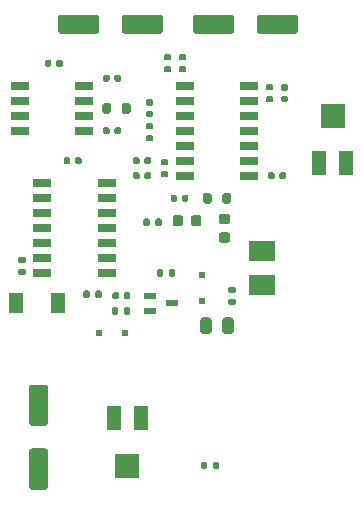
<source format=gbr>
%TF.GenerationSoftware,KiCad,Pcbnew,(5.1.8)-1*%
%TF.CreationDate,2021-02-07T14:07:47+00:00*%
%TF.ProjectId,Bat_Listner_JLCPCB,4261745f-4c69-4737-946e-65725f4a4c43,rev?*%
%TF.SameCoordinates,Original*%
%TF.FileFunction,Paste,Top*%
%TF.FilePolarity,Positive*%
%FSLAX46Y46*%
G04 Gerber Fmt 4.6, Leading zero omitted, Abs format (unit mm)*
G04 Created by KiCad (PCBNEW (5.1.8)-1) date 2021-02-07 14:07:47*
%MOMM*%
%LPD*%
G01*
G04 APERTURE LIST*
%ADD10R,1.525000X0.650000*%
%ADD11R,2.300000X1.800000*%
%ADD12R,1.300000X1.700000*%
%ADD13R,0.500000X0.500000*%
%ADD14R,1.000000X0.550000*%
%ADD15R,1.300000X2.000000*%
%ADD16R,2.000000X2.000000*%
G04 APERTURE END LIST*
D10*
%TO.C,AT1*%
X148127000Y-55245000D03*
X148127000Y-56515000D03*
X148127000Y-57785000D03*
X148127000Y-59055000D03*
X142703000Y-59055000D03*
X142703000Y-57785000D03*
X142703000Y-56515000D03*
X142703000Y-55245000D03*
%TD*%
%TO.C,C1*%
G36*
G01*
X145370000Y-53170000D02*
X145370000Y-53510000D01*
G75*
G02*
X145230000Y-53650000I-140000J0D01*
G01*
X144950000Y-53650000D01*
G75*
G02*
X144810000Y-53510000I0J140000D01*
G01*
X144810000Y-53170000D01*
G75*
G02*
X144950000Y-53030000I140000J0D01*
G01*
X145230000Y-53030000D01*
G75*
G02*
X145370000Y-53170000I0J-140000D01*
G01*
G37*
G36*
G01*
X146330000Y-53170000D02*
X146330000Y-53510000D01*
G75*
G02*
X146190000Y-53650000I-140000J0D01*
G01*
X145910000Y-53650000D01*
G75*
G02*
X145770000Y-53510000I0J140000D01*
G01*
X145770000Y-53170000D01*
G75*
G02*
X145910000Y-53030000I140000J0D01*
G01*
X146190000Y-53030000D01*
G75*
G02*
X146330000Y-53170000I0J-140000D01*
G01*
G37*
%TD*%
%TO.C,C2*%
G36*
G01*
X149735000Y-54780000D02*
X149735000Y-54440000D01*
G75*
G02*
X149875000Y-54300000I140000J0D01*
G01*
X150155000Y-54300000D01*
G75*
G02*
X150295000Y-54440000I0J-140000D01*
G01*
X150295000Y-54780000D01*
G75*
G02*
X150155000Y-54920000I-140000J0D01*
G01*
X149875000Y-54920000D01*
G75*
G02*
X149735000Y-54780000I0J140000D01*
G01*
G37*
G36*
G01*
X150695000Y-54780000D02*
X150695000Y-54440000D01*
G75*
G02*
X150835000Y-54300000I140000J0D01*
G01*
X151115000Y-54300000D01*
G75*
G02*
X151255000Y-54440000I0J-140000D01*
G01*
X151255000Y-54780000D01*
G75*
G02*
X151115000Y-54920000I-140000J0D01*
G01*
X150835000Y-54920000D01*
G75*
G02*
X150695000Y-54780000I0J140000D01*
G01*
G37*
%TD*%
%TO.C,C3*%
G36*
G01*
X153500000Y-57350000D02*
X153840000Y-57350000D01*
G75*
G02*
X153980000Y-57490000I0J-140000D01*
G01*
X153980000Y-57770000D01*
G75*
G02*
X153840000Y-57910000I-140000J0D01*
G01*
X153500000Y-57910000D01*
G75*
G02*
X153360000Y-57770000I0J140000D01*
G01*
X153360000Y-57490000D01*
G75*
G02*
X153500000Y-57350000I140000J0D01*
G01*
G37*
G36*
G01*
X153500000Y-56390000D02*
X153840000Y-56390000D01*
G75*
G02*
X153980000Y-56530000I0J-140000D01*
G01*
X153980000Y-56810000D01*
G75*
G02*
X153840000Y-56950000I-140000J0D01*
G01*
X153500000Y-56950000D01*
G75*
G02*
X153360000Y-56810000I0J140000D01*
G01*
X153360000Y-56530000D01*
G75*
G02*
X153500000Y-56390000I140000J0D01*
G01*
G37*
%TD*%
%TO.C,C5*%
G36*
G01*
X147925000Y-61425000D02*
X147925000Y-61765000D01*
G75*
G02*
X147785000Y-61905000I-140000J0D01*
G01*
X147505000Y-61905000D01*
G75*
G02*
X147365000Y-61765000I0J140000D01*
G01*
X147365000Y-61425000D01*
G75*
G02*
X147505000Y-61285000I140000J0D01*
G01*
X147785000Y-61285000D01*
G75*
G02*
X147925000Y-61425000I0J-140000D01*
G01*
G37*
G36*
G01*
X146965000Y-61425000D02*
X146965000Y-61765000D01*
G75*
G02*
X146825000Y-61905000I-140000J0D01*
G01*
X146545000Y-61905000D01*
G75*
G02*
X146405000Y-61765000I0J140000D01*
G01*
X146405000Y-61425000D01*
G75*
G02*
X146545000Y-61285000I140000J0D01*
G01*
X146825000Y-61285000D01*
G75*
G02*
X146965000Y-61425000I0J-140000D01*
G01*
G37*
%TD*%
%TO.C,C6*%
G36*
G01*
X149735000Y-59225000D02*
X149735000Y-58885000D01*
G75*
G02*
X149875000Y-58745000I140000J0D01*
G01*
X150155000Y-58745000D01*
G75*
G02*
X150295000Y-58885000I0J-140000D01*
G01*
X150295000Y-59225000D01*
G75*
G02*
X150155000Y-59365000I-140000J0D01*
G01*
X149875000Y-59365000D01*
G75*
G02*
X149735000Y-59225000I0J140000D01*
G01*
G37*
G36*
G01*
X150695000Y-59225000D02*
X150695000Y-58885000D01*
G75*
G02*
X150835000Y-58745000I140000J0D01*
G01*
X151115000Y-58745000D01*
G75*
G02*
X151255000Y-58885000I0J-140000D01*
G01*
X151255000Y-59225000D01*
G75*
G02*
X151115000Y-59365000I-140000J0D01*
G01*
X150835000Y-59365000D01*
G75*
G02*
X150695000Y-59225000I0J140000D01*
G01*
G37*
%TD*%
%TO.C,C7*%
G36*
G01*
X151485000Y-73195000D02*
X151485000Y-72855000D01*
G75*
G02*
X151625000Y-72715000I140000J0D01*
G01*
X151905000Y-72715000D01*
G75*
G02*
X152045000Y-72855000I0J-140000D01*
G01*
X152045000Y-73195000D01*
G75*
G02*
X151905000Y-73335000I-140000J0D01*
G01*
X151625000Y-73335000D01*
G75*
G02*
X151485000Y-73195000I0J140000D01*
G01*
G37*
G36*
G01*
X150525000Y-73195000D02*
X150525000Y-72855000D01*
G75*
G02*
X150665000Y-72715000I140000J0D01*
G01*
X150945000Y-72715000D01*
G75*
G02*
X151085000Y-72855000I0J-140000D01*
G01*
X151085000Y-73195000D01*
G75*
G02*
X150945000Y-73335000I-140000J0D01*
G01*
X150665000Y-73335000D01*
G75*
G02*
X150525000Y-73195000I0J140000D01*
G01*
G37*
%TD*%
%TO.C,C8*%
G36*
G01*
X152835000Y-61425000D02*
X152835000Y-61765000D01*
G75*
G02*
X152695000Y-61905000I-140000J0D01*
G01*
X152415000Y-61905000D01*
G75*
G02*
X152275000Y-61765000I0J140000D01*
G01*
X152275000Y-61425000D01*
G75*
G02*
X152415000Y-61285000I140000J0D01*
G01*
X152695000Y-61285000D01*
G75*
G02*
X152835000Y-61425000I0J-140000D01*
G01*
G37*
G36*
G01*
X153795000Y-61425000D02*
X153795000Y-61765000D01*
G75*
G02*
X153655000Y-61905000I-140000J0D01*
G01*
X153375000Y-61905000D01*
G75*
G02*
X153235000Y-61765000I0J140000D01*
G01*
X153235000Y-61425000D01*
G75*
G02*
X153375000Y-61285000I140000J0D01*
G01*
X153655000Y-61285000D01*
G75*
G02*
X153795000Y-61425000I0J-140000D01*
G01*
G37*
%TD*%
%TO.C,C9*%
G36*
G01*
X152275000Y-63035000D02*
X152275000Y-62695000D01*
G75*
G02*
X152415000Y-62555000I140000J0D01*
G01*
X152695000Y-62555000D01*
G75*
G02*
X152835000Y-62695000I0J-140000D01*
G01*
X152835000Y-63035000D01*
G75*
G02*
X152695000Y-63175000I-140000J0D01*
G01*
X152415000Y-63175000D01*
G75*
G02*
X152275000Y-63035000I0J140000D01*
G01*
G37*
G36*
G01*
X153235000Y-63035000D02*
X153235000Y-62695000D01*
G75*
G02*
X153375000Y-62555000I140000J0D01*
G01*
X153655000Y-62555000D01*
G75*
G02*
X153795000Y-62695000I0J-140000D01*
G01*
X153795000Y-63035000D01*
G75*
G02*
X153655000Y-63175000I-140000J0D01*
G01*
X153375000Y-63175000D01*
G75*
G02*
X153235000Y-63035000I0J140000D01*
G01*
G37*
%TD*%
%TO.C,C10*%
G36*
G01*
X156010000Y-64600000D02*
X156010000Y-64940000D01*
G75*
G02*
X155870000Y-65080000I-140000J0D01*
G01*
X155590000Y-65080000D01*
G75*
G02*
X155450000Y-64940000I0J140000D01*
G01*
X155450000Y-64600000D01*
G75*
G02*
X155590000Y-64460000I140000J0D01*
G01*
X155870000Y-64460000D01*
G75*
G02*
X156010000Y-64600000I0J-140000D01*
G01*
G37*
G36*
G01*
X156970000Y-64600000D02*
X156970000Y-64940000D01*
G75*
G02*
X156830000Y-65080000I-140000J0D01*
G01*
X156550000Y-65080000D01*
G75*
G02*
X156410000Y-64940000I0J140000D01*
G01*
X156410000Y-64600000D01*
G75*
G02*
X156550000Y-64460000I140000J0D01*
G01*
X156830000Y-64460000D01*
G75*
G02*
X156970000Y-64600000I0J-140000D01*
G01*
G37*
%TD*%
%TO.C,C11*%
G36*
G01*
X155620000Y-66925000D02*
X155620000Y-66425000D01*
G75*
G02*
X155845000Y-66200000I225000J0D01*
G01*
X156295000Y-66200000D01*
G75*
G02*
X156520000Y-66425000I0J-225000D01*
G01*
X156520000Y-66925000D01*
G75*
G02*
X156295000Y-67150000I-225000J0D01*
G01*
X155845000Y-67150000D01*
G75*
G02*
X155620000Y-66925000I0J225000D01*
G01*
G37*
G36*
G01*
X157170000Y-66925000D02*
X157170000Y-66425000D01*
G75*
G02*
X157395000Y-66200000I225000J0D01*
G01*
X157845000Y-66200000D01*
G75*
G02*
X158070000Y-66425000I0J-225000D01*
G01*
X158070000Y-66925000D01*
G75*
G02*
X157845000Y-67150000I-225000J0D01*
G01*
X157395000Y-67150000D01*
G75*
G02*
X157170000Y-66925000I0J225000D01*
G01*
G37*
%TD*%
%TO.C,C12*%
G36*
G01*
X160270000Y-66985000D02*
X159770000Y-66985000D01*
G75*
G02*
X159545000Y-66760000I0J225000D01*
G01*
X159545000Y-66310000D01*
G75*
G02*
X159770000Y-66085000I225000J0D01*
G01*
X160270000Y-66085000D01*
G75*
G02*
X160495000Y-66310000I0J-225000D01*
G01*
X160495000Y-66760000D01*
G75*
G02*
X160270000Y-66985000I-225000J0D01*
G01*
G37*
G36*
G01*
X160270000Y-68535000D02*
X159770000Y-68535000D01*
G75*
G02*
X159545000Y-68310000I0J225000D01*
G01*
X159545000Y-67860000D01*
G75*
G02*
X159770000Y-67635000I225000J0D01*
G01*
X160270000Y-67635000D01*
G75*
G02*
X160495000Y-67860000I0J-225000D01*
G01*
X160495000Y-68310000D01*
G75*
G02*
X160270000Y-68535000I-225000J0D01*
G01*
G37*
%TD*%
%TO.C,C13*%
G36*
G01*
X164665000Y-63035000D02*
X164665000Y-62695000D01*
G75*
G02*
X164805000Y-62555000I140000J0D01*
G01*
X165085000Y-62555000D01*
G75*
G02*
X165225000Y-62695000I0J-140000D01*
G01*
X165225000Y-63035000D01*
G75*
G02*
X165085000Y-63175000I-140000J0D01*
G01*
X164805000Y-63175000D01*
G75*
G02*
X164665000Y-63035000I0J140000D01*
G01*
G37*
G36*
G01*
X163705000Y-63035000D02*
X163705000Y-62695000D01*
G75*
G02*
X163845000Y-62555000I140000J0D01*
G01*
X164125000Y-62555000D01*
G75*
G02*
X164265000Y-62695000I0J-140000D01*
G01*
X164265000Y-63035000D01*
G75*
G02*
X164125000Y-63175000I-140000J0D01*
G01*
X163845000Y-63175000D01*
G75*
G02*
X163705000Y-63035000I0J140000D01*
G01*
G37*
%TD*%
D11*
%TO.C,C14*%
X163195000Y-72115000D03*
X163195000Y-69215000D03*
%TD*%
%TO.C,C15*%
G36*
G01*
X165270000Y-56640000D02*
X164930000Y-56640000D01*
G75*
G02*
X164790000Y-56500000I0J140000D01*
G01*
X164790000Y-56220000D01*
G75*
G02*
X164930000Y-56080000I140000J0D01*
G01*
X165270000Y-56080000D01*
G75*
G02*
X165410000Y-56220000I0J-140000D01*
G01*
X165410000Y-56500000D01*
G75*
G02*
X165270000Y-56640000I-140000J0D01*
G01*
G37*
G36*
G01*
X165270000Y-55680000D02*
X164930000Y-55680000D01*
G75*
G02*
X164790000Y-55540000I0J140000D01*
G01*
X164790000Y-55260000D01*
G75*
G02*
X164930000Y-55120000I140000J0D01*
G01*
X165270000Y-55120000D01*
G75*
G02*
X165410000Y-55260000I0J-140000D01*
G01*
X165410000Y-55540000D01*
G75*
G02*
X165270000Y-55680000I-140000J0D01*
G01*
G37*
%TD*%
D12*
%TO.C,D1*%
X142395000Y-73660000D03*
X145895000Y-73660000D03*
%TD*%
D13*
%TO.C,D2*%
X151595000Y-76200000D03*
X149395000Y-76200000D03*
%TD*%
%TO.C,D3*%
X158115000Y-73490000D03*
X158115000Y-71290000D03*
%TD*%
%TO.C,D4*%
G36*
G01*
X157960000Y-76021250D02*
X157960000Y-75108750D01*
G75*
G02*
X158203750Y-74865000I243750J0D01*
G01*
X158691250Y-74865000D01*
G75*
G02*
X158935000Y-75108750I0J-243750D01*
G01*
X158935000Y-76021250D01*
G75*
G02*
X158691250Y-76265000I-243750J0D01*
G01*
X158203750Y-76265000D01*
G75*
G02*
X157960000Y-76021250I0J243750D01*
G01*
G37*
G36*
G01*
X159835000Y-76021250D02*
X159835000Y-75108750D01*
G75*
G02*
X160078750Y-74865000I243750J0D01*
G01*
X160566250Y-74865000D01*
G75*
G02*
X160810000Y-75108750I0J-243750D01*
G01*
X160810000Y-76021250D01*
G75*
G02*
X160566250Y-76265000I-243750J0D01*
G01*
X160078750Y-76265000D01*
G75*
G02*
X159835000Y-76021250I0J243750D01*
G01*
G37*
%TD*%
D10*
%TO.C,IC1*%
X144608000Y-63500000D03*
X144608000Y-64770000D03*
X144608000Y-66040000D03*
X144608000Y-67310000D03*
X144608000Y-68580000D03*
X144608000Y-69850000D03*
X144608000Y-71120000D03*
X150032000Y-71120000D03*
X150032000Y-69850000D03*
X150032000Y-68580000D03*
X150032000Y-67310000D03*
X150032000Y-66040000D03*
X150032000Y-64770000D03*
X150032000Y-63500000D03*
%TD*%
%TO.C,IC2*%
X162097000Y-55245000D03*
X162097000Y-56515000D03*
X162097000Y-57785000D03*
X162097000Y-59055000D03*
X162097000Y-60325000D03*
X162097000Y-61595000D03*
X162097000Y-62865000D03*
X156673000Y-62865000D03*
X156673000Y-61595000D03*
X156673000Y-60325000D03*
X156673000Y-59055000D03*
X156673000Y-57785000D03*
X156673000Y-56515000D03*
X156673000Y-55245000D03*
%TD*%
D14*
%TO.C,Q1*%
X153675000Y-73010000D03*
X153675000Y-74310000D03*
X155575000Y-73660000D03*
%TD*%
%TO.C,R1*%
G36*
G01*
X142690000Y-69705000D02*
X143060000Y-69705000D01*
G75*
G02*
X143195000Y-69840000I0J-135000D01*
G01*
X143195000Y-70110000D01*
G75*
G02*
X143060000Y-70245000I-135000J0D01*
G01*
X142690000Y-70245000D01*
G75*
G02*
X142555000Y-70110000I0J135000D01*
G01*
X142555000Y-69840000D01*
G75*
G02*
X142690000Y-69705000I135000J0D01*
G01*
G37*
G36*
G01*
X142690000Y-70725000D02*
X143060000Y-70725000D01*
G75*
G02*
X143195000Y-70860000I0J-135000D01*
G01*
X143195000Y-71130000D01*
G75*
G02*
X143060000Y-71265000I-135000J0D01*
G01*
X142690000Y-71265000D01*
G75*
G02*
X142555000Y-71130000I0J135000D01*
G01*
X142555000Y-70860000D01*
G75*
G02*
X142690000Y-70725000I135000J0D01*
G01*
G37*
%TD*%
%TO.C,R2*%
G36*
G01*
X149651000Y-57425000D02*
X149651000Y-56875000D01*
G75*
G02*
X149851000Y-56675000I200000J0D01*
G01*
X150251000Y-56675000D01*
G75*
G02*
X150451000Y-56875000I0J-200000D01*
G01*
X150451000Y-57425000D01*
G75*
G02*
X150251000Y-57625000I-200000J0D01*
G01*
X149851000Y-57625000D01*
G75*
G02*
X149651000Y-57425000I0J200000D01*
G01*
G37*
G36*
G01*
X151301000Y-57425000D02*
X151301000Y-56875000D01*
G75*
G02*
X151501000Y-56675000I200000J0D01*
G01*
X151901000Y-56675000D01*
G75*
G02*
X152101000Y-56875000I0J-200000D01*
G01*
X152101000Y-57425000D01*
G75*
G02*
X151901000Y-57625000I-200000J0D01*
G01*
X151501000Y-57625000D01*
G75*
G02*
X151301000Y-57425000I0J200000D01*
G01*
G37*
%TD*%
%TO.C,R3*%
G36*
G01*
X149084000Y-73083000D02*
X149084000Y-72713000D01*
G75*
G02*
X149219000Y-72578000I135000J0D01*
G01*
X149489000Y-72578000D01*
G75*
G02*
X149624000Y-72713000I0J-135000D01*
G01*
X149624000Y-73083000D01*
G75*
G02*
X149489000Y-73218000I-135000J0D01*
G01*
X149219000Y-73218000D01*
G75*
G02*
X149084000Y-73083000I0J135000D01*
G01*
G37*
G36*
G01*
X148064000Y-73083000D02*
X148064000Y-72713000D01*
G75*
G02*
X148199000Y-72578000I135000J0D01*
G01*
X148469000Y-72578000D01*
G75*
G02*
X148604000Y-72713000I0J-135000D01*
G01*
X148604000Y-73083000D01*
G75*
G02*
X148469000Y-73218000I-135000J0D01*
G01*
X148199000Y-73218000D01*
G75*
G02*
X148064000Y-73083000I0J135000D01*
G01*
G37*
%TD*%
%TO.C,R4*%
G36*
G01*
X153855000Y-58940000D02*
X153485000Y-58940000D01*
G75*
G02*
X153350000Y-58805000I0J135000D01*
G01*
X153350000Y-58535000D01*
G75*
G02*
X153485000Y-58400000I135000J0D01*
G01*
X153855000Y-58400000D01*
G75*
G02*
X153990000Y-58535000I0J-135000D01*
G01*
X153990000Y-58805000D01*
G75*
G02*
X153855000Y-58940000I-135000J0D01*
G01*
G37*
G36*
G01*
X153855000Y-59960000D02*
X153485000Y-59960000D01*
G75*
G02*
X153350000Y-59825000I0J135000D01*
G01*
X153350000Y-59555000D01*
G75*
G02*
X153485000Y-59420000I135000J0D01*
G01*
X153855000Y-59420000D01*
G75*
G02*
X153990000Y-59555000I0J-135000D01*
G01*
X153990000Y-59825000D01*
G75*
G02*
X153855000Y-59960000I-135000J0D01*
G01*
G37*
%TD*%
%TO.C,R5*%
G36*
G01*
X151015000Y-74110000D02*
X151015000Y-74480000D01*
G75*
G02*
X150880000Y-74615000I-135000J0D01*
G01*
X150610000Y-74615000D01*
G75*
G02*
X150475000Y-74480000I0J135000D01*
G01*
X150475000Y-74110000D01*
G75*
G02*
X150610000Y-73975000I135000J0D01*
G01*
X150880000Y-73975000D01*
G75*
G02*
X151015000Y-74110000I0J-135000D01*
G01*
G37*
G36*
G01*
X152035000Y-74110000D02*
X152035000Y-74480000D01*
G75*
G02*
X151900000Y-74615000I-135000J0D01*
G01*
X151630000Y-74615000D01*
G75*
G02*
X151495000Y-74480000I0J135000D01*
G01*
X151495000Y-74110000D01*
G75*
G02*
X151630000Y-73975000I135000J0D01*
G01*
X151900000Y-73975000D01*
G75*
G02*
X152035000Y-74110000I0J-135000D01*
G01*
G37*
%TD*%
%TO.C,R6*%
G36*
G01*
X155125000Y-63010000D02*
X154755000Y-63010000D01*
G75*
G02*
X154620000Y-62875000I0J135000D01*
G01*
X154620000Y-62605000D01*
G75*
G02*
X154755000Y-62470000I135000J0D01*
G01*
X155125000Y-62470000D01*
G75*
G02*
X155260000Y-62605000I0J-135000D01*
G01*
X155260000Y-62875000D01*
G75*
G02*
X155125000Y-63010000I-135000J0D01*
G01*
G37*
G36*
G01*
X155125000Y-61990000D02*
X154755000Y-61990000D01*
G75*
G02*
X154620000Y-61855000I0J135000D01*
G01*
X154620000Y-61585000D01*
G75*
G02*
X154755000Y-61450000I135000J0D01*
G01*
X155125000Y-61450000D01*
G75*
G02*
X155260000Y-61585000I0J-135000D01*
G01*
X155260000Y-61855000D01*
G75*
G02*
X155125000Y-61990000I-135000J0D01*
G01*
G37*
%TD*%
%TO.C,R7*%
G36*
G01*
X154702000Y-66617000D02*
X154702000Y-66987000D01*
G75*
G02*
X154567000Y-67122000I-135000J0D01*
G01*
X154297000Y-67122000D01*
G75*
G02*
X154162000Y-66987000I0J135000D01*
G01*
X154162000Y-66617000D01*
G75*
G02*
X154297000Y-66482000I135000J0D01*
G01*
X154567000Y-66482000D01*
G75*
G02*
X154702000Y-66617000I0J-135000D01*
G01*
G37*
G36*
G01*
X153682000Y-66617000D02*
X153682000Y-66987000D01*
G75*
G02*
X153547000Y-67122000I-135000J0D01*
G01*
X153277000Y-67122000D01*
G75*
G02*
X153142000Y-66987000I0J135000D01*
G01*
X153142000Y-66617000D01*
G75*
G02*
X153277000Y-66482000I135000J0D01*
G01*
X153547000Y-66482000D01*
G75*
G02*
X153682000Y-66617000I0J-135000D01*
G01*
G37*
%TD*%
%TO.C,R8*%
G36*
G01*
X159810000Y-65045000D02*
X159810000Y-64495000D01*
G75*
G02*
X160010000Y-64295000I200000J0D01*
G01*
X160410000Y-64295000D01*
G75*
G02*
X160610000Y-64495000I0J-200000D01*
G01*
X160610000Y-65045000D01*
G75*
G02*
X160410000Y-65245000I-200000J0D01*
G01*
X160010000Y-65245000D01*
G75*
G02*
X159810000Y-65045000I0J200000D01*
G01*
G37*
G36*
G01*
X158160000Y-65045000D02*
X158160000Y-64495000D01*
G75*
G02*
X158360000Y-64295000I200000J0D01*
G01*
X158760000Y-64295000D01*
G75*
G02*
X158960000Y-64495000I0J-200000D01*
G01*
X158960000Y-65045000D01*
G75*
G02*
X158760000Y-65245000I-200000J0D01*
G01*
X158360000Y-65245000D01*
G75*
G02*
X158160000Y-65045000I0J200000D01*
G01*
G37*
%TD*%
%TO.C,R9*%
G36*
G01*
X154285000Y-71305000D02*
X154285000Y-70935000D01*
G75*
G02*
X154420000Y-70800000I135000J0D01*
G01*
X154690000Y-70800000D01*
G75*
G02*
X154825000Y-70935000I0J-135000D01*
G01*
X154825000Y-71305000D01*
G75*
G02*
X154690000Y-71440000I-135000J0D01*
G01*
X154420000Y-71440000D01*
G75*
G02*
X154285000Y-71305000I0J135000D01*
G01*
G37*
G36*
G01*
X155305000Y-71305000D02*
X155305000Y-70935000D01*
G75*
G02*
X155440000Y-70800000I135000J0D01*
G01*
X155710000Y-70800000D01*
G75*
G02*
X155845000Y-70935000I0J-135000D01*
G01*
X155845000Y-71305000D01*
G75*
G02*
X155710000Y-71440000I-135000J0D01*
G01*
X155440000Y-71440000D01*
G75*
G02*
X155305000Y-71305000I0J135000D01*
G01*
G37*
%TD*%
%TO.C,R10*%
G36*
G01*
X160470000Y-72245000D02*
X160840000Y-72245000D01*
G75*
G02*
X160975000Y-72380000I0J-135000D01*
G01*
X160975000Y-72650000D01*
G75*
G02*
X160840000Y-72785000I-135000J0D01*
G01*
X160470000Y-72785000D01*
G75*
G02*
X160335000Y-72650000I0J135000D01*
G01*
X160335000Y-72380000D01*
G75*
G02*
X160470000Y-72245000I135000J0D01*
G01*
G37*
G36*
G01*
X160470000Y-73265000D02*
X160840000Y-73265000D01*
G75*
G02*
X160975000Y-73400000I0J-135000D01*
G01*
X160975000Y-73670000D01*
G75*
G02*
X160840000Y-73805000I-135000J0D01*
G01*
X160470000Y-73805000D01*
G75*
G02*
X160335000Y-73670000I0J135000D01*
G01*
X160335000Y-73400000D01*
G75*
G02*
X160470000Y-73265000I135000J0D01*
G01*
G37*
%TD*%
%TO.C,R11*%
G36*
G01*
X159040000Y-87585000D02*
X159040000Y-87215000D01*
G75*
G02*
X159175000Y-87080000I135000J0D01*
G01*
X159445000Y-87080000D01*
G75*
G02*
X159580000Y-87215000I0J-135000D01*
G01*
X159580000Y-87585000D01*
G75*
G02*
X159445000Y-87720000I-135000J0D01*
G01*
X159175000Y-87720000D01*
G75*
G02*
X159040000Y-87585000I0J135000D01*
G01*
G37*
G36*
G01*
X158020000Y-87585000D02*
X158020000Y-87215000D01*
G75*
G02*
X158155000Y-87080000I135000J0D01*
G01*
X158425000Y-87080000D01*
G75*
G02*
X158560000Y-87215000I0J-135000D01*
G01*
X158560000Y-87585000D01*
G75*
G02*
X158425000Y-87720000I-135000J0D01*
G01*
X158155000Y-87720000D01*
G75*
G02*
X158020000Y-87585000I0J135000D01*
G01*
G37*
%TD*%
%TO.C,R12*%
G36*
G01*
X163645000Y-56120000D02*
X164015000Y-56120000D01*
G75*
G02*
X164150000Y-56255000I0J-135000D01*
G01*
X164150000Y-56525000D01*
G75*
G02*
X164015000Y-56660000I-135000J0D01*
G01*
X163645000Y-56660000D01*
G75*
G02*
X163510000Y-56525000I0J135000D01*
G01*
X163510000Y-56255000D01*
G75*
G02*
X163645000Y-56120000I135000J0D01*
G01*
G37*
G36*
G01*
X163645000Y-55100000D02*
X164015000Y-55100000D01*
G75*
G02*
X164150000Y-55235000I0J-135000D01*
G01*
X164150000Y-55505000D01*
G75*
G02*
X164015000Y-55640000I-135000J0D01*
G01*
X163645000Y-55640000D01*
G75*
G02*
X163510000Y-55505000I0J135000D01*
G01*
X163510000Y-55235000D01*
G75*
G02*
X163645000Y-55100000I135000J0D01*
G01*
G37*
%TD*%
%TO.C,C4*%
G36*
G01*
X145918000Y-50588000D02*
X145918000Y-49488000D01*
G75*
G02*
X146168000Y-49238000I250000J0D01*
G01*
X149168000Y-49238000D01*
G75*
G02*
X149418000Y-49488000I0J-250000D01*
G01*
X149418000Y-50588000D01*
G75*
G02*
X149168000Y-50838000I-250000J0D01*
G01*
X146168000Y-50838000D01*
G75*
G02*
X145918000Y-50588000I0J250000D01*
G01*
G37*
G36*
G01*
X151318000Y-50588000D02*
X151318000Y-49488000D01*
G75*
G02*
X151568000Y-49238000I250000J0D01*
G01*
X154568000Y-49238000D01*
G75*
G02*
X154818000Y-49488000I0J-250000D01*
G01*
X154818000Y-50588000D01*
G75*
G02*
X154568000Y-50838000I-250000J0D01*
G01*
X151568000Y-50838000D01*
G75*
G02*
X151318000Y-50588000I0J250000D01*
G01*
G37*
%TD*%
%TO.C,C17*%
G36*
G01*
X162748000Y-50588000D02*
X162748000Y-49488000D01*
G75*
G02*
X162998000Y-49238000I250000J0D01*
G01*
X165998000Y-49238000D01*
G75*
G02*
X166248000Y-49488000I0J-250000D01*
G01*
X166248000Y-50588000D01*
G75*
G02*
X165998000Y-50838000I-250000J0D01*
G01*
X162998000Y-50838000D01*
G75*
G02*
X162748000Y-50588000I0J250000D01*
G01*
G37*
G36*
G01*
X157348000Y-50588000D02*
X157348000Y-49488000D01*
G75*
G02*
X157598000Y-49238000I250000J0D01*
G01*
X160598000Y-49238000D01*
G75*
G02*
X160848000Y-49488000I0J-250000D01*
G01*
X160848000Y-50588000D01*
G75*
G02*
X160598000Y-50838000I-250000J0D01*
G01*
X157598000Y-50838000D01*
G75*
G02*
X157348000Y-50588000I0J250000D01*
G01*
G37*
%TD*%
%TO.C,C18*%
G36*
G01*
X143722000Y-80546000D02*
X144822000Y-80546000D01*
G75*
G02*
X145072000Y-80796000I0J-250000D01*
G01*
X145072000Y-83796000D01*
G75*
G02*
X144822000Y-84046000I-250000J0D01*
G01*
X143722000Y-84046000D01*
G75*
G02*
X143472000Y-83796000I0J250000D01*
G01*
X143472000Y-80796000D01*
G75*
G02*
X143722000Y-80546000I250000J0D01*
G01*
G37*
G36*
G01*
X143722000Y-85946000D02*
X144822000Y-85946000D01*
G75*
G02*
X145072000Y-86196000I0J-250000D01*
G01*
X145072000Y-89196000D01*
G75*
G02*
X144822000Y-89446000I-250000J0D01*
G01*
X143722000Y-89446000D01*
G75*
G02*
X143472000Y-89196000I0J250000D01*
G01*
X143472000Y-86196000D01*
G75*
G02*
X143722000Y-85946000I250000J0D01*
G01*
G37*
%TD*%
%TO.C,R13*%
G36*
G01*
X155009000Y-53582000D02*
X155379000Y-53582000D01*
G75*
G02*
X155514000Y-53717000I0J-135000D01*
G01*
X155514000Y-53987000D01*
G75*
G02*
X155379000Y-54122000I-135000J0D01*
G01*
X155009000Y-54122000D01*
G75*
G02*
X154874000Y-53987000I0J135000D01*
G01*
X154874000Y-53717000D01*
G75*
G02*
X155009000Y-53582000I135000J0D01*
G01*
G37*
G36*
G01*
X155009000Y-52562000D02*
X155379000Y-52562000D01*
G75*
G02*
X155514000Y-52697000I0J-135000D01*
G01*
X155514000Y-52967000D01*
G75*
G02*
X155379000Y-53102000I-135000J0D01*
G01*
X155009000Y-53102000D01*
G75*
G02*
X154874000Y-52967000I0J135000D01*
G01*
X154874000Y-52697000D01*
G75*
G02*
X155009000Y-52562000I135000J0D01*
G01*
G37*
%TD*%
%TO.C,R14*%
G36*
G01*
X156649000Y-54122000D02*
X156279000Y-54122000D01*
G75*
G02*
X156144000Y-53987000I0J135000D01*
G01*
X156144000Y-53717000D01*
G75*
G02*
X156279000Y-53582000I135000J0D01*
G01*
X156649000Y-53582000D01*
G75*
G02*
X156784000Y-53717000I0J-135000D01*
G01*
X156784000Y-53987000D01*
G75*
G02*
X156649000Y-54122000I-135000J0D01*
G01*
G37*
G36*
G01*
X156649000Y-53102000D02*
X156279000Y-53102000D01*
G75*
G02*
X156144000Y-52967000I0J135000D01*
G01*
X156144000Y-52697000D01*
G75*
G02*
X156279000Y-52562000I135000J0D01*
G01*
X156649000Y-52562000D01*
G75*
G02*
X156784000Y-52697000I0J-135000D01*
G01*
X156784000Y-52967000D01*
G75*
G02*
X156649000Y-53102000I-135000J0D01*
G01*
G37*
%TD*%
D15*
%TO.C,RV1*%
X170350000Y-61800000D03*
D16*
X169200000Y-57800000D03*
D15*
X168050000Y-61800000D03*
%TD*%
%TO.C,RV2*%
X152950000Y-83400000D03*
D16*
X151800000Y-87400000D03*
D15*
X150650000Y-83400000D03*
%TD*%
M02*

</source>
